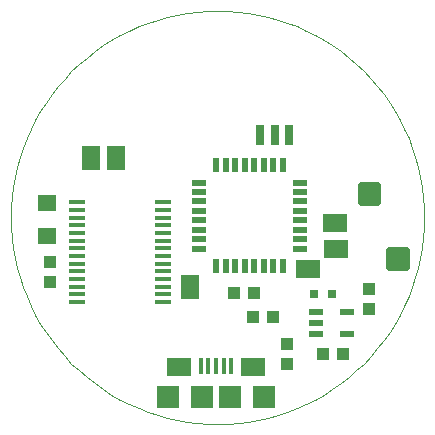
<source format=gbp>
G75*
G70*
%OFA0B0*%
%FSLAX24Y24*%
%IPPOS*%
%LPD*%
%AMOC8*
5,1,8,0,0,1.08239X$1,22.5*
%
%ADD10C,0.0039*%
%ADD11R,0.0220X0.0500*%
%ADD12R,0.0500X0.0220*%
%ADD13R,0.0394X0.0433*%
%ADD14R,0.0433X0.0394*%
%ADD15R,0.0276X0.0669*%
%ADD16R,0.0630X0.0551*%
%ADD17R,0.0472X0.0217*%
%ADD18R,0.0157X0.0531*%
%ADD19R,0.0827X0.0630*%
%ADD20R,0.0748X0.0748*%
%ADD21C,0.0197*%
%ADD22R,0.0550X0.0137*%
%ADD23R,0.0591X0.0787*%
%ADD24R,0.0787X0.0591*%
%ADD25R,0.0315X0.0315*%
D10*
X000497Y008890D02*
X000505Y009228D01*
X000530Y009565D01*
X000572Y009901D01*
X000629Y010234D01*
X000703Y010564D01*
X000794Y010890D01*
X000900Y011211D01*
X001021Y011527D01*
X001159Y011836D01*
X001311Y012138D01*
X001477Y012432D01*
X001658Y012718D01*
X001853Y012994D01*
X002061Y013261D01*
X002282Y013517D01*
X002515Y013762D01*
X002760Y013995D01*
X003016Y014216D01*
X003283Y014424D01*
X003559Y014619D01*
X003845Y014800D01*
X004139Y014966D01*
X004441Y015118D01*
X004750Y015256D01*
X005066Y015377D01*
X005387Y015483D01*
X005713Y015574D01*
X006043Y015648D01*
X006376Y015705D01*
X006712Y015747D01*
X007049Y015772D01*
X007387Y015780D01*
X007725Y015772D01*
X008062Y015747D01*
X008398Y015705D01*
X008731Y015648D01*
X009061Y015574D01*
X009387Y015483D01*
X009708Y015377D01*
X010024Y015256D01*
X010333Y015118D01*
X010635Y014966D01*
X010929Y014800D01*
X011215Y014619D01*
X011491Y014424D01*
X011758Y014216D01*
X012014Y013995D01*
X012259Y013762D01*
X012492Y013517D01*
X012713Y013261D01*
X012921Y012994D01*
X013116Y012718D01*
X013297Y012432D01*
X013463Y012138D01*
X013615Y011836D01*
X013753Y011527D01*
X013874Y011211D01*
X013980Y010890D01*
X014071Y010564D01*
X014145Y010234D01*
X014202Y009901D01*
X014244Y009565D01*
X014269Y009228D01*
X014277Y008890D01*
X014269Y008552D01*
X014244Y008215D01*
X014202Y007879D01*
X014145Y007546D01*
X014071Y007216D01*
X013980Y006890D01*
X013874Y006569D01*
X013753Y006253D01*
X013615Y005944D01*
X013463Y005642D01*
X013297Y005348D01*
X013116Y005062D01*
X012921Y004786D01*
X012713Y004519D01*
X012492Y004263D01*
X012259Y004018D01*
X012014Y003785D01*
X011758Y003564D01*
X011491Y003356D01*
X011215Y003161D01*
X010929Y002980D01*
X010635Y002814D01*
X010333Y002662D01*
X010024Y002524D01*
X009708Y002403D01*
X009387Y002297D01*
X009061Y002206D01*
X008731Y002132D01*
X008398Y002075D01*
X008062Y002033D01*
X007725Y002008D01*
X007387Y002000D01*
X007049Y002008D01*
X006712Y002033D01*
X006376Y002075D01*
X006043Y002132D01*
X005713Y002206D01*
X005387Y002297D01*
X005066Y002403D01*
X004750Y002524D01*
X004441Y002662D01*
X004139Y002814D01*
X003845Y002980D01*
X003559Y003161D01*
X003283Y003356D01*
X003016Y003564D01*
X002760Y003785D01*
X002515Y004018D01*
X002282Y004263D01*
X002061Y004519D01*
X001853Y004786D01*
X001658Y005062D01*
X001477Y005348D01*
X001311Y005642D01*
X001159Y005944D01*
X001021Y006253D01*
X000900Y006569D01*
X000794Y006890D01*
X000703Y007216D01*
X000629Y007546D01*
X000572Y007879D01*
X000530Y008215D01*
X000505Y008552D01*
X000497Y008890D01*
D11*
X007346Y007257D03*
X007661Y007257D03*
X007976Y007257D03*
X008291Y007257D03*
X008606Y007257D03*
X008921Y007257D03*
X009236Y007257D03*
X009551Y007257D03*
X009551Y010637D03*
X009236Y010637D03*
X008921Y010637D03*
X008606Y010637D03*
X008291Y010637D03*
X007976Y010637D03*
X007661Y010637D03*
X007346Y010637D03*
D12*
X006758Y010049D03*
X006758Y009734D03*
X006758Y009419D03*
X006758Y009104D03*
X006758Y008789D03*
X006758Y008474D03*
X006758Y008159D03*
X006758Y007844D03*
X010138Y007844D03*
X010138Y008159D03*
X010138Y008474D03*
X010138Y008789D03*
X010138Y009104D03*
X010138Y009419D03*
X010138Y009734D03*
X010138Y010049D03*
D13*
X012442Y006516D03*
X012442Y005847D03*
X009695Y004671D03*
X009695Y004001D03*
X001804Y006721D03*
X001804Y007390D03*
D14*
X007941Y006381D03*
X008611Y006381D03*
X008560Y005556D03*
X009229Y005556D03*
X010906Y004324D03*
X011575Y004324D03*
D15*
X009757Y011627D03*
X009285Y011627D03*
X008812Y011627D03*
D16*
X001706Y009358D03*
X001706Y008256D03*
D17*
X010673Y005741D03*
X010673Y005367D03*
X010673Y004993D03*
X011696Y004993D03*
X011696Y005741D03*
D18*
X007846Y003946D03*
X007590Y003946D03*
X007334Y003946D03*
X007078Y003946D03*
X006822Y003946D03*
D19*
X006114Y003897D03*
X008554Y003897D03*
D20*
X005740Y002893D03*
X006862Y002893D03*
X007806Y002893D03*
X008929Y002893D03*
D21*
X013682Y007209D02*
X013682Y007799D01*
X013682Y007209D02*
X013092Y007209D01*
X013092Y007799D01*
X013682Y007799D01*
X013682Y007405D02*
X013092Y007405D01*
X013092Y007601D02*
X013682Y007601D01*
X013682Y007797D02*
X013092Y007797D01*
X012155Y009374D02*
X012155Y009964D01*
X012745Y009964D01*
X012745Y009374D01*
X012155Y009374D01*
X012155Y009570D02*
X012745Y009570D01*
X012745Y009766D02*
X012155Y009766D01*
X012155Y009962D02*
X012745Y009962D01*
D22*
X005566Y009392D03*
X005566Y009136D03*
X005566Y008881D03*
X005566Y008625D03*
X005566Y008369D03*
X005566Y008113D03*
X005566Y007857D03*
X005566Y007601D03*
X005566Y007345D03*
X005566Y007089D03*
X005566Y006833D03*
X005566Y006577D03*
X005566Y006321D03*
X005566Y006066D03*
X002688Y006066D03*
X002688Y006321D03*
X002688Y006577D03*
X002688Y006833D03*
X002688Y007089D03*
X002688Y007345D03*
X002688Y007601D03*
X002688Y007857D03*
X002688Y008113D03*
X002688Y008369D03*
X002688Y008625D03*
X002688Y008881D03*
X002688Y009136D03*
X002688Y009392D03*
D23*
X003166Y010855D03*
X004013Y010867D03*
X006450Y006556D03*
D24*
X010387Y007158D03*
X011328Y007839D03*
X011308Y008713D03*
D25*
X011182Y006339D03*
X010591Y006339D03*
M02*

</source>
